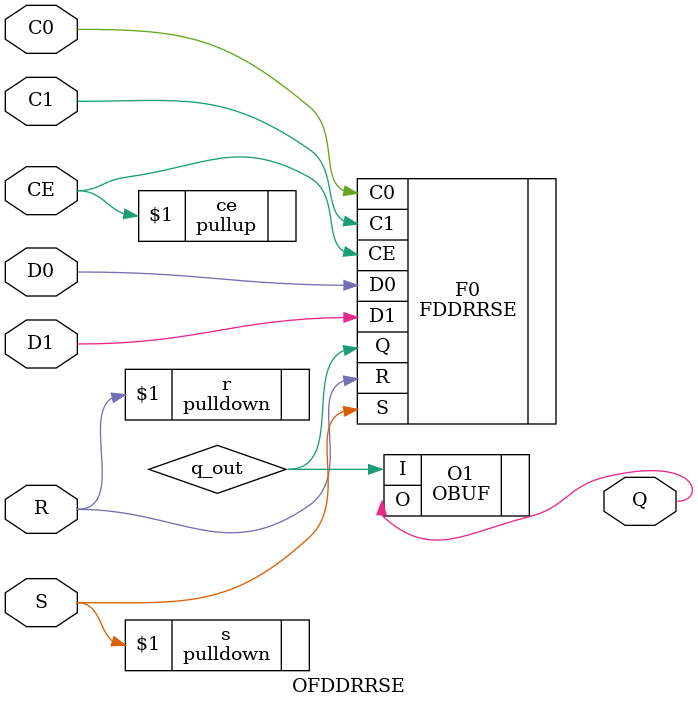
<source format=v>

/*

FUNCTION	: Dual Data Rate output D-FLIP-FLOP with sync reset, sync set and clock enable

*/

`celldefine
`timescale  100 ps / 10 ps

module OFDDRRSE (Q, C0, C1, CE, D0, D1, R, S);

    output Q;

    input  C0, C1, CE, D0, D1, R, S;

    wire   q_out;

    pulldown r (R);
    pulldown s (S);
    pullup ce (CE);
    
    FDDRRSE F0 (.C0(C0),
	.C1(C1),
	.CE(CE),
	.R(R),
	.D0(D0),
	.D1(D1),
	.S(S),
	.Q(q_out));
//    defparam F0.INIT = 1'b0;

    OBUF O1 (.I(q_out),
	.O(Q));

endmodule

</source>
